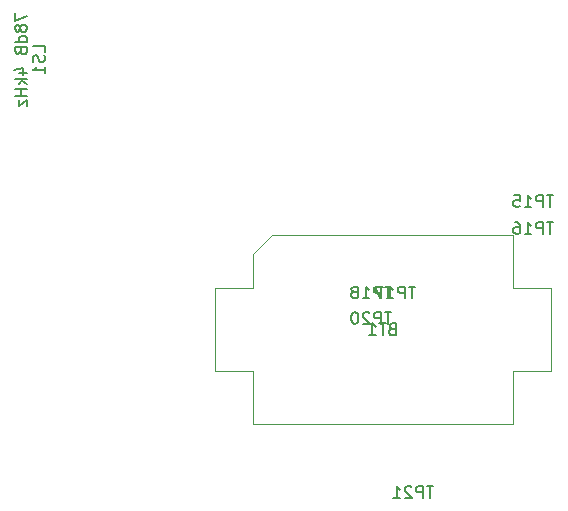
<source format=gbr>
G04 #@! TF.GenerationSoftware,KiCad,Pcbnew,8.0.0*
G04 #@! TF.CreationDate,2024-07-21T16:15:32-03:00*
G04 #@! TF.ProjectId,STM32XP,53544d33-3258-4502-9e6b-696361645f70,00*
G04 #@! TF.SameCoordinates,Original*
G04 #@! TF.FileFunction,AssemblyDrawing,Bot*
%FSLAX46Y46*%
G04 Gerber Fmt 4.6, Leading zero omitted, Abs format (unit mm)*
G04 Created by KiCad (PCBNEW 8.0.0) date 2024-07-21 16:15:32*
%MOMM*%
%LPD*%
G01*
G04 APERTURE LIST*
%ADD10C,0.150000*%
%ADD11C,0.100000*%
G04 APERTURE END LIST*
D10*
X164438094Y-90892819D02*
X163866666Y-90892819D01*
X164152380Y-91892819D02*
X164152380Y-90892819D01*
X163533332Y-91892819D02*
X163533332Y-90892819D01*
X163533332Y-90892819D02*
X163152380Y-90892819D01*
X163152380Y-90892819D02*
X163057142Y-90940438D01*
X163057142Y-90940438D02*
X163009523Y-90988057D01*
X163009523Y-90988057D02*
X162961904Y-91083295D01*
X162961904Y-91083295D02*
X162961904Y-91226152D01*
X162961904Y-91226152D02*
X163009523Y-91321390D01*
X163009523Y-91321390D02*
X163057142Y-91369009D01*
X163057142Y-91369009D02*
X163152380Y-91416628D01*
X163152380Y-91416628D02*
X163533332Y-91416628D01*
X162009523Y-91892819D02*
X162580951Y-91892819D01*
X162295237Y-91892819D02*
X162295237Y-90892819D01*
X162295237Y-90892819D02*
X162390475Y-91035676D01*
X162390475Y-91035676D02*
X162485713Y-91130914D01*
X162485713Y-91130914D02*
X162580951Y-91178533D01*
X161152380Y-90892819D02*
X161342856Y-90892819D01*
X161342856Y-90892819D02*
X161438094Y-90940438D01*
X161438094Y-90940438D02*
X161485713Y-90988057D01*
X161485713Y-90988057D02*
X161580951Y-91130914D01*
X161580951Y-91130914D02*
X161628570Y-91321390D01*
X161628570Y-91321390D02*
X161628570Y-91702342D01*
X161628570Y-91702342D02*
X161580951Y-91797580D01*
X161580951Y-91797580D02*
X161533332Y-91845200D01*
X161533332Y-91845200D02*
X161438094Y-91892819D01*
X161438094Y-91892819D02*
X161247618Y-91892819D01*
X161247618Y-91892819D02*
X161152380Y-91845200D01*
X161152380Y-91845200D02*
X161104761Y-91797580D01*
X161104761Y-91797580D02*
X161057142Y-91702342D01*
X161057142Y-91702342D02*
X161057142Y-91464247D01*
X161057142Y-91464247D02*
X161104761Y-91369009D01*
X161104761Y-91369009D02*
X161152380Y-91321390D01*
X161152380Y-91321390D02*
X161247618Y-91273771D01*
X161247618Y-91273771D02*
X161438094Y-91273771D01*
X161438094Y-91273771D02*
X161533332Y-91321390D01*
X161533332Y-91321390D02*
X161580951Y-91369009D01*
X161580951Y-91369009D02*
X161628570Y-91464247D01*
X154278094Y-113244819D02*
X153706666Y-113244819D01*
X153992380Y-114244819D02*
X153992380Y-113244819D01*
X153373332Y-114244819D02*
X153373332Y-113244819D01*
X153373332Y-113244819D02*
X152992380Y-113244819D01*
X152992380Y-113244819D02*
X152897142Y-113292438D01*
X152897142Y-113292438D02*
X152849523Y-113340057D01*
X152849523Y-113340057D02*
X152801904Y-113435295D01*
X152801904Y-113435295D02*
X152801904Y-113578152D01*
X152801904Y-113578152D02*
X152849523Y-113673390D01*
X152849523Y-113673390D02*
X152897142Y-113721009D01*
X152897142Y-113721009D02*
X152992380Y-113768628D01*
X152992380Y-113768628D02*
X153373332Y-113768628D01*
X152420951Y-113340057D02*
X152373332Y-113292438D01*
X152373332Y-113292438D02*
X152278094Y-113244819D01*
X152278094Y-113244819D02*
X152039999Y-113244819D01*
X152039999Y-113244819D02*
X151944761Y-113292438D01*
X151944761Y-113292438D02*
X151897142Y-113340057D01*
X151897142Y-113340057D02*
X151849523Y-113435295D01*
X151849523Y-113435295D02*
X151849523Y-113530533D01*
X151849523Y-113530533D02*
X151897142Y-113673390D01*
X151897142Y-113673390D02*
X152468570Y-114244819D01*
X152468570Y-114244819D02*
X151849523Y-114244819D01*
X150897142Y-114244819D02*
X151468570Y-114244819D01*
X151182856Y-114244819D02*
X151182856Y-113244819D01*
X151182856Y-113244819D02*
X151278094Y-113387676D01*
X151278094Y-113387676D02*
X151373332Y-113482914D01*
X151373332Y-113482914D02*
X151468570Y-113530533D01*
X150722094Y-96353819D02*
X150150666Y-96353819D01*
X150436380Y-97353819D02*
X150436380Y-96353819D01*
X149817332Y-97353819D02*
X149817332Y-96353819D01*
X149817332Y-96353819D02*
X149436380Y-96353819D01*
X149436380Y-96353819D02*
X149341142Y-96401438D01*
X149341142Y-96401438D02*
X149293523Y-96449057D01*
X149293523Y-96449057D02*
X149245904Y-96544295D01*
X149245904Y-96544295D02*
X149245904Y-96687152D01*
X149245904Y-96687152D02*
X149293523Y-96782390D01*
X149293523Y-96782390D02*
X149341142Y-96830009D01*
X149341142Y-96830009D02*
X149436380Y-96877628D01*
X149436380Y-96877628D02*
X149817332Y-96877628D01*
X148293523Y-97353819D02*
X148864951Y-97353819D01*
X148579237Y-97353819D02*
X148579237Y-96353819D01*
X148579237Y-96353819D02*
X148674475Y-96496676D01*
X148674475Y-96496676D02*
X148769713Y-96591914D01*
X148769713Y-96591914D02*
X148864951Y-96639533D01*
X147722094Y-96782390D02*
X147817332Y-96734771D01*
X147817332Y-96734771D02*
X147864951Y-96687152D01*
X147864951Y-96687152D02*
X147912570Y-96591914D01*
X147912570Y-96591914D02*
X147912570Y-96544295D01*
X147912570Y-96544295D02*
X147864951Y-96449057D01*
X147864951Y-96449057D02*
X147817332Y-96401438D01*
X147817332Y-96401438D02*
X147722094Y-96353819D01*
X147722094Y-96353819D02*
X147531618Y-96353819D01*
X147531618Y-96353819D02*
X147436380Y-96401438D01*
X147436380Y-96401438D02*
X147388761Y-96449057D01*
X147388761Y-96449057D02*
X147341142Y-96544295D01*
X147341142Y-96544295D02*
X147341142Y-96591914D01*
X147341142Y-96591914D02*
X147388761Y-96687152D01*
X147388761Y-96687152D02*
X147436380Y-96734771D01*
X147436380Y-96734771D02*
X147531618Y-96782390D01*
X147531618Y-96782390D02*
X147722094Y-96782390D01*
X147722094Y-96782390D02*
X147817332Y-96830009D01*
X147817332Y-96830009D02*
X147864951Y-96877628D01*
X147864951Y-96877628D02*
X147912570Y-96972866D01*
X147912570Y-96972866D02*
X147912570Y-97163342D01*
X147912570Y-97163342D02*
X147864951Y-97258580D01*
X147864951Y-97258580D02*
X147817332Y-97306200D01*
X147817332Y-97306200D02*
X147722094Y-97353819D01*
X147722094Y-97353819D02*
X147531618Y-97353819D01*
X147531618Y-97353819D02*
X147436380Y-97306200D01*
X147436380Y-97306200D02*
X147388761Y-97258580D01*
X147388761Y-97258580D02*
X147341142Y-97163342D01*
X147341142Y-97163342D02*
X147341142Y-96972866D01*
X147341142Y-96972866D02*
X147388761Y-96877628D01*
X147388761Y-96877628D02*
X147436380Y-96830009D01*
X147436380Y-96830009D02*
X147531618Y-96782390D01*
X150722094Y-98512819D02*
X150150666Y-98512819D01*
X150436380Y-99512819D02*
X150436380Y-98512819D01*
X149817332Y-99512819D02*
X149817332Y-98512819D01*
X149817332Y-98512819D02*
X149436380Y-98512819D01*
X149436380Y-98512819D02*
X149341142Y-98560438D01*
X149341142Y-98560438D02*
X149293523Y-98608057D01*
X149293523Y-98608057D02*
X149245904Y-98703295D01*
X149245904Y-98703295D02*
X149245904Y-98846152D01*
X149245904Y-98846152D02*
X149293523Y-98941390D01*
X149293523Y-98941390D02*
X149341142Y-98989009D01*
X149341142Y-98989009D02*
X149436380Y-99036628D01*
X149436380Y-99036628D02*
X149817332Y-99036628D01*
X148864951Y-98608057D02*
X148817332Y-98560438D01*
X148817332Y-98560438D02*
X148722094Y-98512819D01*
X148722094Y-98512819D02*
X148483999Y-98512819D01*
X148483999Y-98512819D02*
X148388761Y-98560438D01*
X148388761Y-98560438D02*
X148341142Y-98608057D01*
X148341142Y-98608057D02*
X148293523Y-98703295D01*
X148293523Y-98703295D02*
X148293523Y-98798533D01*
X148293523Y-98798533D02*
X148341142Y-98941390D01*
X148341142Y-98941390D02*
X148912570Y-99512819D01*
X148912570Y-99512819D02*
X148293523Y-99512819D01*
X147674475Y-98512819D02*
X147579237Y-98512819D01*
X147579237Y-98512819D02*
X147483999Y-98560438D01*
X147483999Y-98560438D02*
X147436380Y-98608057D01*
X147436380Y-98608057D02*
X147388761Y-98703295D01*
X147388761Y-98703295D02*
X147341142Y-98893771D01*
X147341142Y-98893771D02*
X147341142Y-99131866D01*
X147341142Y-99131866D02*
X147388761Y-99322342D01*
X147388761Y-99322342D02*
X147436380Y-99417580D01*
X147436380Y-99417580D02*
X147483999Y-99465200D01*
X147483999Y-99465200D02*
X147579237Y-99512819D01*
X147579237Y-99512819D02*
X147674475Y-99512819D01*
X147674475Y-99512819D02*
X147769713Y-99465200D01*
X147769713Y-99465200D02*
X147817332Y-99417580D01*
X147817332Y-99417580D02*
X147864951Y-99322342D01*
X147864951Y-99322342D02*
X147912570Y-99131866D01*
X147912570Y-99131866D02*
X147912570Y-98893771D01*
X147912570Y-98893771D02*
X147864951Y-98703295D01*
X147864951Y-98703295D02*
X147817332Y-98608057D01*
X147817332Y-98608057D02*
X147769713Y-98560438D01*
X147769713Y-98560438D02*
X147674475Y-98512819D01*
X152754094Y-96353819D02*
X152182666Y-96353819D01*
X152468380Y-97353819D02*
X152468380Y-96353819D01*
X151849332Y-97353819D02*
X151849332Y-96353819D01*
X151849332Y-96353819D02*
X151468380Y-96353819D01*
X151468380Y-96353819D02*
X151373142Y-96401438D01*
X151373142Y-96401438D02*
X151325523Y-96449057D01*
X151325523Y-96449057D02*
X151277904Y-96544295D01*
X151277904Y-96544295D02*
X151277904Y-96687152D01*
X151277904Y-96687152D02*
X151325523Y-96782390D01*
X151325523Y-96782390D02*
X151373142Y-96830009D01*
X151373142Y-96830009D02*
X151468380Y-96877628D01*
X151468380Y-96877628D02*
X151849332Y-96877628D01*
X150325523Y-97353819D02*
X150896951Y-97353819D01*
X150611237Y-97353819D02*
X150611237Y-96353819D01*
X150611237Y-96353819D02*
X150706475Y-96496676D01*
X150706475Y-96496676D02*
X150801713Y-96591914D01*
X150801713Y-96591914D02*
X150896951Y-96639533D01*
X149992189Y-96353819D02*
X149325523Y-96353819D01*
X149325523Y-96353819D02*
X149754094Y-97353819D01*
X164438094Y-88606819D02*
X163866666Y-88606819D01*
X164152380Y-89606819D02*
X164152380Y-88606819D01*
X163533332Y-89606819D02*
X163533332Y-88606819D01*
X163533332Y-88606819D02*
X163152380Y-88606819D01*
X163152380Y-88606819D02*
X163057142Y-88654438D01*
X163057142Y-88654438D02*
X163009523Y-88702057D01*
X163009523Y-88702057D02*
X162961904Y-88797295D01*
X162961904Y-88797295D02*
X162961904Y-88940152D01*
X162961904Y-88940152D02*
X163009523Y-89035390D01*
X163009523Y-89035390D02*
X163057142Y-89083009D01*
X163057142Y-89083009D02*
X163152380Y-89130628D01*
X163152380Y-89130628D02*
X163533332Y-89130628D01*
X162009523Y-89606819D02*
X162580951Y-89606819D01*
X162295237Y-89606819D02*
X162295237Y-88606819D01*
X162295237Y-88606819D02*
X162390475Y-88749676D01*
X162390475Y-88749676D02*
X162485713Y-88844914D01*
X162485713Y-88844914D02*
X162580951Y-88892533D01*
X161104761Y-88606819D02*
X161580951Y-88606819D01*
X161580951Y-88606819D02*
X161628570Y-89083009D01*
X161628570Y-89083009D02*
X161580951Y-89035390D01*
X161580951Y-89035390D02*
X161485713Y-88987771D01*
X161485713Y-88987771D02*
X161247618Y-88987771D01*
X161247618Y-88987771D02*
X161152380Y-89035390D01*
X161152380Y-89035390D02*
X161104761Y-89083009D01*
X161104761Y-89083009D02*
X161057142Y-89178247D01*
X161057142Y-89178247D02*
X161057142Y-89416342D01*
X161057142Y-89416342D02*
X161104761Y-89511580D01*
X161104761Y-89511580D02*
X161152380Y-89559200D01*
X161152380Y-89559200D02*
X161247618Y-89606819D01*
X161247618Y-89606819D02*
X161485713Y-89606819D01*
X161485713Y-89606819D02*
X161580951Y-89559200D01*
X161580951Y-89559200D02*
X161628570Y-89511580D01*
X150785714Y-99931009D02*
X150642857Y-99978628D01*
X150642857Y-99978628D02*
X150595238Y-100026247D01*
X150595238Y-100026247D02*
X150547619Y-100121485D01*
X150547619Y-100121485D02*
X150547619Y-100264342D01*
X150547619Y-100264342D02*
X150595238Y-100359580D01*
X150595238Y-100359580D02*
X150642857Y-100407200D01*
X150642857Y-100407200D02*
X150738095Y-100454819D01*
X150738095Y-100454819D02*
X151119047Y-100454819D01*
X151119047Y-100454819D02*
X151119047Y-99454819D01*
X151119047Y-99454819D02*
X150785714Y-99454819D01*
X150785714Y-99454819D02*
X150690476Y-99502438D01*
X150690476Y-99502438D02*
X150642857Y-99550057D01*
X150642857Y-99550057D02*
X150595238Y-99645295D01*
X150595238Y-99645295D02*
X150595238Y-99740533D01*
X150595238Y-99740533D02*
X150642857Y-99835771D01*
X150642857Y-99835771D02*
X150690476Y-99883390D01*
X150690476Y-99883390D02*
X150785714Y-99931009D01*
X150785714Y-99931009D02*
X151119047Y-99931009D01*
X150261904Y-99454819D02*
X149690476Y-99454819D01*
X149976190Y-100454819D02*
X149976190Y-99454819D01*
X148833333Y-100454819D02*
X149404761Y-100454819D01*
X149119047Y-100454819D02*
X149119047Y-99454819D01*
X149119047Y-99454819D02*
X149214285Y-99597676D01*
X149214285Y-99597676D02*
X149309523Y-99692914D01*
X149309523Y-99692914D02*
X149404761Y-99740533D01*
X118854819Y-73187619D02*
X118854819Y-73854285D01*
X118854819Y-73854285D02*
X119854819Y-73425714D01*
X119283390Y-74378095D02*
X119235771Y-74282857D01*
X119235771Y-74282857D02*
X119188152Y-74235238D01*
X119188152Y-74235238D02*
X119092914Y-74187619D01*
X119092914Y-74187619D02*
X119045295Y-74187619D01*
X119045295Y-74187619D02*
X118950057Y-74235238D01*
X118950057Y-74235238D02*
X118902438Y-74282857D01*
X118902438Y-74282857D02*
X118854819Y-74378095D01*
X118854819Y-74378095D02*
X118854819Y-74568571D01*
X118854819Y-74568571D02*
X118902438Y-74663809D01*
X118902438Y-74663809D02*
X118950057Y-74711428D01*
X118950057Y-74711428D02*
X119045295Y-74759047D01*
X119045295Y-74759047D02*
X119092914Y-74759047D01*
X119092914Y-74759047D02*
X119188152Y-74711428D01*
X119188152Y-74711428D02*
X119235771Y-74663809D01*
X119235771Y-74663809D02*
X119283390Y-74568571D01*
X119283390Y-74568571D02*
X119283390Y-74378095D01*
X119283390Y-74378095D02*
X119331009Y-74282857D01*
X119331009Y-74282857D02*
X119378628Y-74235238D01*
X119378628Y-74235238D02*
X119473866Y-74187619D01*
X119473866Y-74187619D02*
X119664342Y-74187619D01*
X119664342Y-74187619D02*
X119759580Y-74235238D01*
X119759580Y-74235238D02*
X119807200Y-74282857D01*
X119807200Y-74282857D02*
X119854819Y-74378095D01*
X119854819Y-74378095D02*
X119854819Y-74568571D01*
X119854819Y-74568571D02*
X119807200Y-74663809D01*
X119807200Y-74663809D02*
X119759580Y-74711428D01*
X119759580Y-74711428D02*
X119664342Y-74759047D01*
X119664342Y-74759047D02*
X119473866Y-74759047D01*
X119473866Y-74759047D02*
X119378628Y-74711428D01*
X119378628Y-74711428D02*
X119331009Y-74663809D01*
X119331009Y-74663809D02*
X119283390Y-74568571D01*
X119854819Y-75616190D02*
X118854819Y-75616190D01*
X119807200Y-75616190D02*
X119854819Y-75520952D01*
X119854819Y-75520952D02*
X119854819Y-75330476D01*
X119854819Y-75330476D02*
X119807200Y-75235238D01*
X119807200Y-75235238D02*
X119759580Y-75187619D01*
X119759580Y-75187619D02*
X119664342Y-75140000D01*
X119664342Y-75140000D02*
X119378628Y-75140000D01*
X119378628Y-75140000D02*
X119283390Y-75187619D01*
X119283390Y-75187619D02*
X119235771Y-75235238D01*
X119235771Y-75235238D02*
X119188152Y-75330476D01*
X119188152Y-75330476D02*
X119188152Y-75520952D01*
X119188152Y-75520952D02*
X119235771Y-75616190D01*
X119331009Y-76425714D02*
X119378628Y-76568571D01*
X119378628Y-76568571D02*
X119426247Y-76616190D01*
X119426247Y-76616190D02*
X119521485Y-76663809D01*
X119521485Y-76663809D02*
X119664342Y-76663809D01*
X119664342Y-76663809D02*
X119759580Y-76616190D01*
X119759580Y-76616190D02*
X119807200Y-76568571D01*
X119807200Y-76568571D02*
X119854819Y-76473333D01*
X119854819Y-76473333D02*
X119854819Y-76092381D01*
X119854819Y-76092381D02*
X118854819Y-76092381D01*
X118854819Y-76092381D02*
X118854819Y-76425714D01*
X118854819Y-76425714D02*
X118902438Y-76520952D01*
X118902438Y-76520952D02*
X118950057Y-76568571D01*
X118950057Y-76568571D02*
X119045295Y-76616190D01*
X119045295Y-76616190D02*
X119140533Y-76616190D01*
X119140533Y-76616190D02*
X119235771Y-76568571D01*
X119235771Y-76568571D02*
X119283390Y-76520952D01*
X119283390Y-76520952D02*
X119331009Y-76425714D01*
X119331009Y-76425714D02*
X119331009Y-76092381D01*
X119188152Y-78282857D02*
X119854819Y-78282857D01*
X118807200Y-78044762D02*
X119521485Y-77806667D01*
X119521485Y-77806667D02*
X119521485Y-78425714D01*
X119854819Y-78806667D02*
X118854819Y-78806667D01*
X119473866Y-78901905D02*
X119854819Y-79187619D01*
X119188152Y-79187619D02*
X119569104Y-78806667D01*
X119854819Y-79616191D02*
X118854819Y-79616191D01*
X119331009Y-79616191D02*
X119331009Y-80187619D01*
X119854819Y-80187619D02*
X118854819Y-80187619D01*
X119188152Y-80568572D02*
X119188152Y-81092381D01*
X119188152Y-81092381D02*
X119854819Y-80568572D01*
X119854819Y-80568572D02*
X119854819Y-81092381D01*
X121354819Y-76497142D02*
X121354819Y-76020952D01*
X121354819Y-76020952D02*
X120354819Y-76020952D01*
X121307200Y-76782857D02*
X121354819Y-76925714D01*
X121354819Y-76925714D02*
X121354819Y-77163809D01*
X121354819Y-77163809D02*
X121307200Y-77259047D01*
X121307200Y-77259047D02*
X121259580Y-77306666D01*
X121259580Y-77306666D02*
X121164342Y-77354285D01*
X121164342Y-77354285D02*
X121069104Y-77354285D01*
X121069104Y-77354285D02*
X120973866Y-77306666D01*
X120973866Y-77306666D02*
X120926247Y-77259047D01*
X120926247Y-77259047D02*
X120878628Y-77163809D01*
X120878628Y-77163809D02*
X120831009Y-76973333D01*
X120831009Y-76973333D02*
X120783390Y-76878095D01*
X120783390Y-76878095D02*
X120735771Y-76830476D01*
X120735771Y-76830476D02*
X120640533Y-76782857D01*
X120640533Y-76782857D02*
X120545295Y-76782857D01*
X120545295Y-76782857D02*
X120450057Y-76830476D01*
X120450057Y-76830476D02*
X120402438Y-76878095D01*
X120402438Y-76878095D02*
X120354819Y-76973333D01*
X120354819Y-76973333D02*
X120354819Y-77211428D01*
X120354819Y-77211428D02*
X120402438Y-77354285D01*
X121354819Y-78306666D02*
X121354819Y-77735238D01*
X121354819Y-78020952D02*
X120354819Y-78020952D01*
X120354819Y-78020952D02*
X120497676Y-77925714D01*
X120497676Y-77925714D02*
X120592914Y-77830476D01*
X120592914Y-77830476D02*
X120640533Y-77735238D01*
D11*
G04 #@! TO.C,BT1*
X135800000Y-96500000D02*
X139000000Y-96500000D01*
X135800000Y-103500000D02*
X135800000Y-96500000D01*
X139000000Y-93600000D02*
X140600000Y-92000000D01*
X139000000Y-96500000D02*
X139000000Y-93600000D01*
X139000000Y-103500000D02*
X135800000Y-103500000D01*
X139000000Y-103500000D02*
X139000000Y-108000000D01*
X139000000Y-108000000D02*
X161000000Y-108000000D01*
X140600000Y-92000000D02*
X161000000Y-92000000D01*
X161000000Y-96500000D02*
X161000000Y-92000000D01*
X161000000Y-103500000D02*
X161000000Y-108000000D01*
X161000000Y-103500000D02*
X164200000Y-103500000D01*
X164200000Y-96500000D02*
X161000000Y-96500000D01*
X164200000Y-103500000D02*
X164200000Y-96500000D01*
G04 #@! TD*
M02*

</source>
